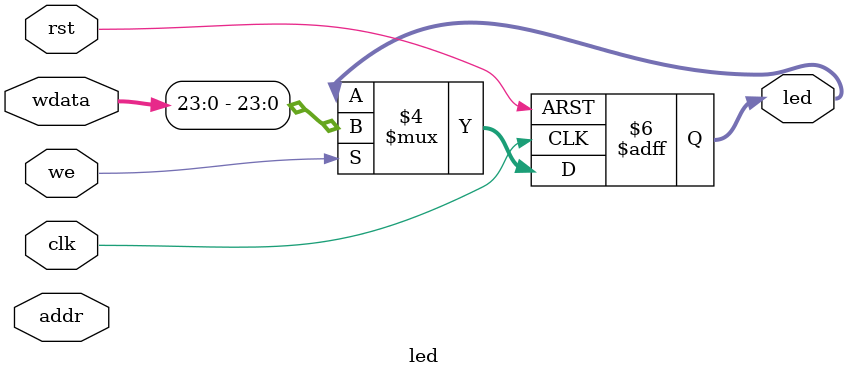
<source format=v>
`timescale 1ns / 1ps

module led(
    input wire        rst,
    input wire        clk,
    input wire [31:0] addr,
    input wire        we,
    input wire [31:0] wdata,
    
    output reg [23:0] led 
);

    always @(posedge clk or posedge rst) begin
        if(rst) led <= 32'd0;
        else if(~we) led <= led;
        else led <= wdata;
    end

endmodule

</source>
